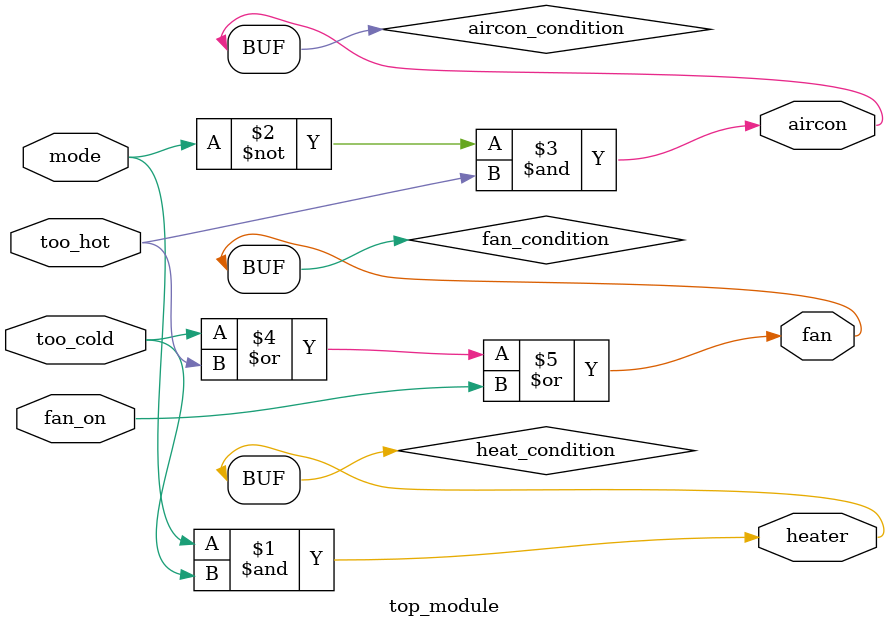
<source format=sv>
module top_module(
    input mode,
    input too_cold, 
    input too_hot,
    input fan_on,
    output heater,
    output aircon,
    output fan
);

// Internal wire declarations to hold the intermediate values
wire heat_condition;
wire aircon_condition;
wire fan_condition;

// Determine the heater condition: If mode is high and too_cold is high, turn on the heater
assign heat_condition = mode & too_cold;

// Determine the aircon condition: If mode is low and too_hot is high, turn on the aircon
assign aircon_condition = ~mode & too_hot;

// Determine the fan condition: If too_cold, too_hot, or fan_on is high, turn on the fan
assign fan_condition = too_cold | too_hot | fan_on;

// Assign the internal conditions to the output ports
assign heater = heat_condition;
assign aircon = aircon_condition;
assign fan = fan_condition;

endmodule

</source>
